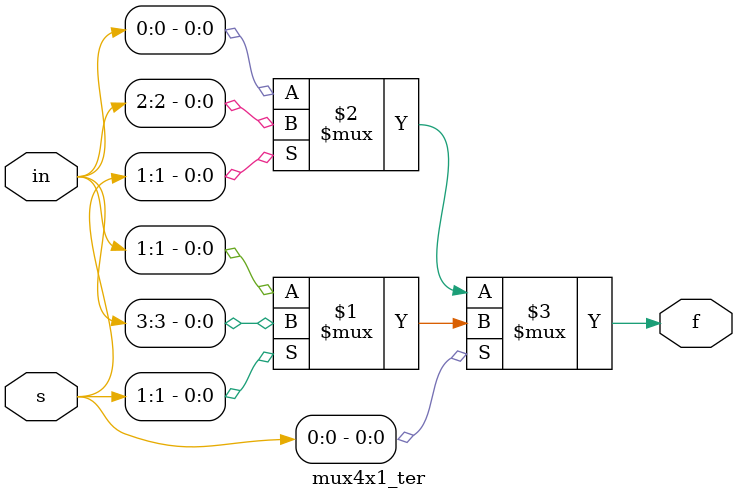
<source format=v>
module mux4x1_ter(input [1:0]s,
                  input [3:0]in,
                  output f);
    //4:1 mux design using ternary operator
    assign f = s[0] ? (s[1]?in[3]:in[1]) : (s[1]?in[2]:in[0]) ;
endmodule

</source>
